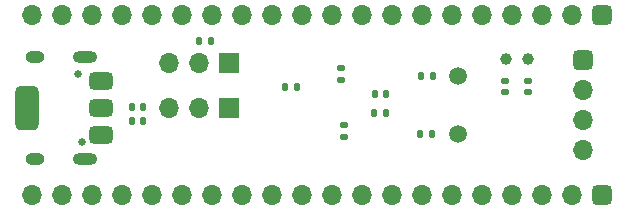
<source format=gbr>
%TF.GenerationSoftware,KiCad,Pcbnew,6.0.2+dfsg-1*%
%TF.CreationDate,2022-07-02T11:43:59+03:00*%
%TF.ProjectId,GDBluePill,4744426c-7565-4506-996c-6c2e6b696361,rev?*%
%TF.SameCoordinates,Original*%
%TF.FileFunction,Soldermask,Bot*%
%TF.FilePolarity,Negative*%
%FSLAX46Y46*%
G04 Gerber Fmt 4.6, Leading zero omitted, Abs format (unit mm)*
G04 Created by KiCad (PCBNEW 6.0.2+dfsg-1) date 2022-07-02 11:43:59*
%MOMM*%
%LPD*%
G01*
G04 APERTURE LIST*
G04 Aperture macros list*
%AMRoundRect*
0 Rectangle with rounded corners*
0 $1 Rounding radius*
0 $2 $3 $4 $5 $6 $7 $8 $9 X,Y pos of 4 corners*
0 Add a 4 corners polygon primitive as box body*
4,1,4,$2,$3,$4,$5,$6,$7,$8,$9,$2,$3,0*
0 Add four circle primitives for the rounded corners*
1,1,$1+$1,$2,$3*
1,1,$1+$1,$4,$5*
1,1,$1+$1,$6,$7*
1,1,$1+$1,$8,$9*
0 Add four rect primitives between the rounded corners*
20,1,$1+$1,$2,$3,$4,$5,0*
20,1,$1+$1,$4,$5,$6,$7,0*
20,1,$1+$1,$6,$7,$8,$9,0*
20,1,$1+$1,$8,$9,$2,$3,0*%
G04 Aperture macros list end*
%ADD10C,0.650000*%
%ADD11O,2.100000X1.000000*%
%ADD12O,1.600000X1.000000*%
%ADD13O,1.700000X1.700000*%
%ADD14R,1.700000X1.700000*%
%ADD15C,1.000000*%
%ADD16RoundRect,0.425000X-0.425000X-0.425000X0.425000X-0.425000X0.425000X0.425000X-0.425000X0.425000X0*%
%ADD17RoundRect,0.425000X-0.425000X0.425000X-0.425000X-0.425000X0.425000X-0.425000X0.425000X0.425000X0*%
%ADD18C,1.500000*%
%ADD19RoundRect,0.135000X0.135000X0.185000X-0.135000X0.185000X-0.135000X-0.185000X0.135000X-0.185000X0*%
%ADD20RoundRect,0.140000X0.140000X0.170000X-0.140000X0.170000X-0.140000X-0.170000X0.140000X-0.170000X0*%
%ADD21RoundRect,0.140000X0.170000X-0.140000X0.170000X0.140000X-0.170000X0.140000X-0.170000X-0.140000X0*%
%ADD22RoundRect,0.140000X-0.140000X-0.170000X0.140000X-0.170000X0.140000X0.170000X-0.140000X0.170000X0*%
%ADD23RoundRect,0.140000X-0.170000X0.140000X-0.170000X-0.140000X0.170000X-0.140000X0.170000X0.140000X0*%
%ADD24RoundRect,0.375000X0.625000X0.375000X-0.625000X0.375000X-0.625000X-0.375000X0.625000X-0.375000X0*%
%ADD25RoundRect,0.500000X0.500000X1.400000X-0.500000X1.400000X-0.500000X-1.400000X0.500000X-1.400000X0*%
G04 APERTURE END LIST*
D10*
%TO.C,P1*%
X21727600Y-24034000D03*
X22000000Y-29814000D03*
D11*
X22257600Y-31244000D03*
D12*
X18077600Y-31244000D03*
X18077600Y-22604000D03*
D11*
X22257600Y-22604000D03*
%TD*%
D13*
%TO.C,J2*%
X29380000Y-26924000D03*
X31920000Y-26924000D03*
D14*
X34460000Y-26924000D03*
%TD*%
D15*
%TO.C,Y2*%
X57886600Y-22809200D03*
X59786600Y-22809200D03*
%TD*%
D13*
%TO.C,J1*%
X29385000Y-23114000D03*
X31925000Y-23114000D03*
D14*
X34465000Y-23114000D03*
%TD*%
D16*
%TO.C,J4*%
X64459000Y-22870000D03*
D13*
X64459000Y-25410000D03*
X64459000Y-27950000D03*
X64459000Y-30490000D03*
%TD*%
D17*
%TO.C,J3*%
X66040000Y-19050000D03*
D13*
X63500000Y-19050000D03*
X60960000Y-19050000D03*
X58420000Y-19050000D03*
X55880000Y-19050000D03*
X53340000Y-19050000D03*
X50800000Y-19050000D03*
X48260000Y-19050000D03*
X45720000Y-19050000D03*
X43180000Y-19050000D03*
X40640000Y-19050000D03*
X38100000Y-19050000D03*
X35560000Y-19050000D03*
X33020000Y-19050000D03*
X30480000Y-19050000D03*
X27940000Y-19050000D03*
X25400000Y-19050000D03*
X22860000Y-19050000D03*
X20320000Y-19050000D03*
X17780000Y-19050000D03*
%TD*%
D18*
%TO.C,Y1*%
X53850000Y-24230000D03*
X53850000Y-29110000D03*
%TD*%
D13*
%TO.C,J5*%
X17780000Y-34290000D03*
X20320000Y-34290000D03*
X22860000Y-34290000D03*
X25400000Y-34290000D03*
X27940000Y-34290000D03*
X30480000Y-34290000D03*
X33020000Y-34290000D03*
X35560000Y-34290000D03*
X38100000Y-34290000D03*
X40640000Y-34290000D03*
X43180000Y-34290000D03*
X45720000Y-34290000D03*
X48260000Y-34290000D03*
X50800000Y-34290000D03*
X53340000Y-34290000D03*
X55880000Y-34290000D03*
X58420000Y-34290000D03*
X60960000Y-34290000D03*
X63500000Y-34290000D03*
D17*
X66040000Y-34290000D03*
%TD*%
D19*
%TO.C,R1*%
X32945800Y-21259800D03*
X31925800Y-21259800D03*
%TD*%
D20*
%TO.C,C7*%
X47750000Y-27330000D03*
X46790000Y-27330000D03*
%TD*%
D21*
%TO.C,C9*%
X44170600Y-29359800D03*
X44170600Y-28399800D03*
%TD*%
D22*
%TO.C,C5*%
X26240800Y-26873200D03*
X27200800Y-26873200D03*
%TD*%
D20*
%TO.C,C6*%
X51620000Y-29140000D03*
X50660000Y-29140000D03*
%TD*%
%TO.C,C12*%
X47760000Y-25730000D03*
X46800000Y-25730000D03*
%TD*%
D19*
%TO.C,R2*%
X40210200Y-25146000D03*
X39190200Y-25146000D03*
%TD*%
D22*
%TO.C,C1*%
X26240800Y-28067000D03*
X27200800Y-28067000D03*
%TD*%
D23*
%TO.C,C8*%
X59790000Y-24630000D03*
X59790000Y-25590000D03*
%TD*%
D20*
%TO.C,C3*%
X51730000Y-24230000D03*
X50770000Y-24230000D03*
%TD*%
D23*
%TO.C,C4*%
X43916600Y-23580000D03*
X43916600Y-24540000D03*
%TD*%
D24*
%TO.C,U1*%
X23650000Y-24624000D03*
D25*
X17350000Y-26924000D03*
D24*
X23650000Y-26924000D03*
X23650000Y-29224000D03*
%TD*%
D23*
%TO.C,C10*%
X57880000Y-24630000D03*
X57880000Y-25590000D03*
%TD*%
M02*

</source>
